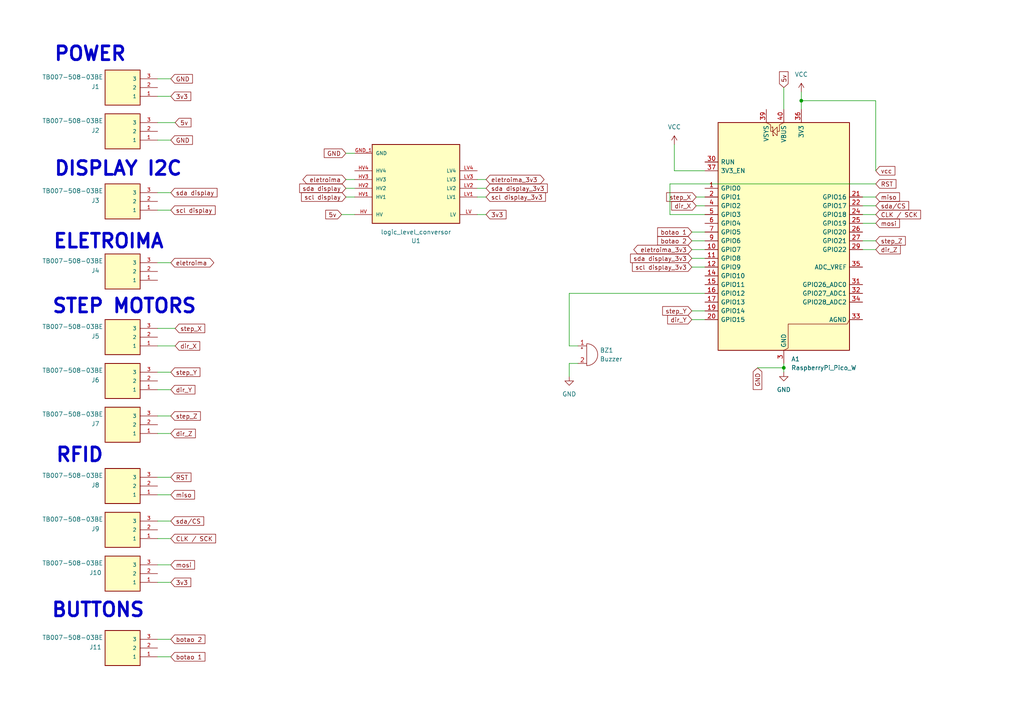
<source format=kicad_sch>
(kicad_sch (version 20250114) (generator "eeschema") (generator_version "9.0")
  (paper "A4")
  (title_block (title "controle XYZ") (date "2025-10-04") (rev "rev1") (company "Cepedi"))
  (lib_symbols
    (symbol "BOB-12009:logic_level_conversor" (pin_names (offset 1.016))
      (property "Reference" "U" (at -12.7 11.43 0))
      (property "Value" "logic_level_conversor" (at -12.7 -15.24 0))
      (symbol "logic_level_conversor_0_0"
        (rectangle (start -12.7 10.16) (end 12.7 -12.7) (stroke (width 0.254)) (fill (type background)))
        (pin bidirectional line (at -17.78 7.62 0) (length 5.08) (name "LV") (number "LV"))
        (pin bidirectional line (at -17.78 2.54 0) (length 5.08) (name "LV1") (number "LV1"))
        (pin bidirectional line (at -17.78 0 0) (length 5.08) (name "LV2") (number "LV2"))
        (pin bidirectional line (at -17.78 -2.54 0) (length 5.08) (name "LV3") (number "LV3"))
        (pin bidirectional line (at -17.78 -5.08 0) (length 5.08) (name "LV4") (number "LV4"))
        (pin bidirectional line (at 17.78 7.62 180) (length 5.08) (name "HV") (number "HV"))
        (pin bidirectional line (at 17.78 2.54 180) (length 5.08) (name "HV1") (number "HV1"))
        (pin bidirectional line (at 17.78 0 180) (length 5.08) (name "HV2") (number "HV2"))
        (pin bidirectional line (at 17.78 -2.54 180) (length 5.08) (name "HV3") (number "HV3"))
        (pin bidirectional line (at 17.78 -5.08 180) (length 5.08) (name "HV4") (number "HV4"))
        (pin power_in line (at 17.78 -10.16 180) (length 5.08) (name "GND") (number "GND_1"))
        (pin power_in line (at 17.78 -10.16 180) (length 5.08) (hide yes) (name "GND") (number "GND_2"))
      )
    )
    (symbol "Device:Buzzer" (pin_names (offset 0.0254) (hide yes))
      (property "Reference" "BZ" (at 3.81 1.27 0))
      (property "Value" "Buzzer" (at 3.81 -1.27 0))
      (symbol "Buzzer_0_1"
        (polyline (pts (xy -1.651 1.905) (xy -1.143 1.905)))
        (polyline (pts (xy -1.397 2.159) (xy -1.397 1.651)))
        (arc (start 0 3.175) (mid 3.1612 0) (end 0 -3.175))
        (polyline (pts (xy 0 3.175) (xy 0 -3.175)))
      )
      (symbol "Buzzer_1_1"
        (pin passive line (at -2.54 2.54 0) (length 2.54) (name "+") (number "1"))
        (pin passive line (at -2.54 -2.54 0) (length 2.54) (name "-") (number "2"))
      )
    )
    (symbol "MCU_Module:RaspberryPi_Pico_W" (pin_names (offset 0.762))
      (property "Reference" "A" (at -19.05 35.56 0))
      (property "Value" "RaspberryPi_Pico_W" (at 7.62 35.56 0))
      (symbol "RaspberryPi_Pico_W_0_1"
        (rectangle (start -19.05 34.29) (end 19.05 -31.75) (stroke (width 0.254)) (fill (type background)))
        (polyline (pts (xy -5.08 34.29) (xy -3.81 33.655) (xy -3.81 31.75) (xy -3.175 31.75)))
        (polyline (pts (xy -3.429 32.766) (xy -3.429 33.02) (xy -3.175 33.02) (xy -3.175 30.48) (xy -2.921 30.48) (xy -2.921 30.734)))
        (polyline (pts (xy -3.175 31.75) (xy -1.905 33.02) (xy -1.905 30.48) (xy -3.175 31.75)))
        (polyline (pts (xy 0 34.29) (xy -1.27 33.655) (xy -1.27 31.75) (xy -1.905 31.75)))
        (polyline (pts (xy 0 -31.75) (xy 1.27 -31.115) (xy 1.27 -24.13) (xy 18.415 -24.13) (xy 19.05 -22.86)))
      )
      (symbol "RaspberryPi_Pico_W_1_1"
        (pin passive line (at -22.86 22.86 0) (length 3.81) (name "RUN") (number "30"))
        (pin passive line (at -22.86 20.32 0) (length 3.81) (name "3V3_EN") (number "37"))
        (pin bidirectional line (at -22.86 15.24 0) (length 3.81) (name "GPIO0") (number "1"))
        (pin bidirectional line (at -22.86 12.7 0) (length 3.81) (name "GPIO1") (number "2"))
        (pin bidirectional line (at -22.86 10.16 0) (length 3.81) (name "GPIO2") (number "4"))
        (pin bidirectional line (at -22.86 7.62 0) (length 3.81) (name "GPIO3") (number "5"))
        (pin bidirectional line (at -22.86 5.08 0) (length 3.81) (name "GPIO4") (number "6"))
        (pin bidirectional line (at -22.86 2.54 0) (length 3.81) (name "GPIO5") (number "7"))
        (pin bidirectional line (at -22.86 0 0) (length 3.81) (name "GPIO6") (number "9"))
        (pin bidirectional line (at -22.86 -2.54 0) (length 3.81) (name "GPIO7") (number "10"))
        (pin bidirectional line (at -22.86 -5.08 0) (length 3.81) (name "GPIO8") (number "11"))
        (pin bidirectional line (at -22.86 -7.62 0) (length 3.81) (name "GPIO9") (number "12"))
        (pin bidirectional line (at -22.86 -10.16 0) (length 3.81) (name "GPIO10") (number "14"))
        (pin bidirectional line (at -22.86 -12.7 0) (length 3.81) (name "GPIO11") (number "15"))
        (pin bidirectional line (at -22.86 -15.24 0) (length 3.81) (name "GPIO12") (number "16"))
        (pin bidirectional line (at -22.86 -17.78 0) (length 3.81) (name "GPIO13") (number "17"))
        (pin bidirectional line (at -22.86 -20.32 0) (length 3.81) (name "GPIO14") (number "19"))
        (pin bidirectional line (at -22.86 -22.86 0) (length 3.81) (name "GPIO15") (number "20"))
        (pin power_in line (at -5.08 38.1 270) (length 3.81) (name "VSYS") (number "39"))
        (pin power_out line (at 0 38.1 270) (length 3.81) (name "VBUS") (number "40"))
        (pin passive line (at 0 -35.56 90) (length 3.81) (hide yes) (name "GND") (number "13"))
        (pin passive line (at 0 -35.56 90) (length 3.81) (hide yes) (name "GND") (number "18"))
        (pin passive line (at 0 -35.56 90) (length 3.81) (hide yes) (name "GND") (number "23"))
        (pin passive line (at 0 -35.56 90) (length 3.81) (hide yes) (name "GND") (number "28"))
        (pin power_out line (at 0 -35.56 90) (length 3.81) (name "GND") (number "3"))
        (pin passive line (at 0 -35.56 90) (length 3.81) (hide yes) (name "GND") (number "38"))
        (pin passive line (at 0 -35.56 90) (length 3.81) (hide yes) (name "GND") (number "8"))
        (pin power_out line (at 5.08 38.1 270) (length 3.81) (name "3V3") (number "36"))
        (pin bidirectional line (at 22.86 12.7 180) (length 3.81) (name "GPIO16") (number "21"))
        (pin bidirectional line (at 22.86 10.16 180) (length 3.81) (name "GPIO17") (number "22"))
        (pin bidirectional line (at 22.86 7.62 180) (length 3.81) (name "GPIO18") (number "24"))
        (pin bidirectional line (at 22.86 5.08 180) (length 3.81) (name "GPIO19") (number "25"))
        (pin bidirectional line (at 22.86 2.54 180) (length 3.81) (name "GPIO20") (number "26"))
        (pin bidirectional line (at 22.86 0 180) (length 3.81) (name "GPIO21") (number "27"))
        (pin bidirectional line (at 22.86 -2.54 180) (length 3.81) (name "GPIO22") (number "29"))
        (pin power_in line (at 22.86 -7.62 180) (length 3.81) (name "ADC_VREF") (number "35"))
        (pin bidirectional line (at 22.86 -12.7 180) (length 3.81) (name "GPIO26_ADC0") (number "31"))
        (pin bidirectional line (at 22.86 -15.24 180) (length 3.81) (name "GPIO27_ADC1") (number "32"))
        (pin bidirectional line (at 22.86 -17.78 180) (length 3.81) (name "GPIO28_ADC2") (number "34"))
        (pin power_out line (at 22.86 -22.86 180) (length 3.81) (name "AGND") (number "33"))
      )
    )
    (symbol "TB007-508-03BE:TB007-508-03BE" (pin_names (offset 1.016))
      (property "Reference" "J" (at -5.588 5.08 0))
      (property "Value" "TB007-508-03BE" (at -5.08 -7.62 0))
      (symbol "TB007-508-03BE_0_0"
        (rectangle (start -5.08 -5.08) (end 5.08 5.08) (stroke (width 0.254)) (fill (type background)))
        (pin passive line (at -10.16 2.54 0) (length 5.08) (name "1") (number "1"))
        (pin passive line (at -10.16 0 0) (length 5.08) (name "2") (number "2"))
        (pin passive line (at -10.16 -2.54 0) (length 5.08) (name "3") (number "3"))
      )
    )
    (symbol "power:GND" (power) (pin_numbers (hide yes)) (pin_names (offset 0) (hide yes))
      (property "Value" "GND" (at 0 -3.81 0))
      (symbol "GND_0_1"
        (polyline (pts (xy 0 0) (xy 0 -1.27) (xy 1.27 -1.27) (xy 0 -2.54) (xy -1.27 -1.27) (xy 0 -1.27)))
      )
      (symbol "GND_1_1"
        (pin power_in line (at 0 0 270) (length 0) (name "~") (number "1"))
      )
    )
    (symbol "power:VCC" (power) (pin_numbers (hide yes)) (pin_names (offset 0) (hide yes))
      (property "Value" "VCC" (at 0 3.556 0))
      (symbol "VCC_0_1"
        (polyline (pts (xy -0.762 1.27) (xy 0 2.54)))
        (polyline (pts (xy 0 2.54) (xy 0.762 1.27)))
        (polyline (pts (xy 0 0) (xy 0 2.54)))
      )
      (symbol "VCC_1_1"
        (pin power_in line (at 0 0 90) (length 0) (name "~") (number "1"))
      )
    )
  )
  (text "POWER" (at 26.162 15.748 0) (effects (font (size 4 4) (thickness 0.8) (bold yes))))
  (text "BUTTONS\n" (at 28.448 177.038 0) (effects (font (size 4 4) (thickness 0.8) (bold yes))))
  (text "RFID" (at 23.114 132.08 0) (effects (font (size 4 4) (thickness 0.8) (bold yes))))
  (text "ELETROIMA\n" (at 31.496 70.104 0) (effects (font (size 4 4) (thickness 0.8) (bold yes))))
  (text "STEP MOTORS\n" (at 36.068 88.9 0) (effects (font (size 4 4) (thickness 0.8) (bold yes))))
  (text "DISPLAY I2C" (at 34.29 49.022 0) (effects (font (size 4 4) (thickness 0.8) (bold yes))))
  (junction (at 232.41 29.21))
  (junction (at 227.33 106.68))
  (wire (pts (xy 138.43 54.61) (xy 140.97 54.61)))
  (wire (pts (xy 232.41 29.21) (xy 232.41 31.75)))
  (wire (pts (xy 204.47 85.09) (xy 165.1 85.09)))
  (wire (pts (xy 45.72 60.96) (xy 49.53 60.96)))
  (wire (pts (xy 140.97 62.23) (xy 138.43 62.23)))
  (wire (pts (xy 200.66 67.31) (xy 204.47 67.31)))
  (wire (pts (xy 227.33 25.4) (xy 227.33 31.75)))
  (wire (pts (xy 200.66 72.39) (xy 204.47 72.39)))
  (wire (pts (xy 195.58 49.53) (xy 204.47 49.53)))
  (wire (pts (xy 45.72 143.51) (xy 49.53 143.51)))
  (wire (pts (xy 45.72 151.13) (xy 49.53 151.13)))
  (wire (pts (xy 254 29.21) (xy 232.41 29.21)))
  (wire (pts (xy 250.19 64.77) (xy 254 64.77)))
  (wire (pts (xy 45.72 95.25) (xy 50.8 95.25)))
  (wire (pts (xy 45.72 107.95) (xy 49.53 107.95)))
  (wire (pts (xy 100.33 52.07) (xy 102.87 52.07)))
  (wire (pts (xy 102.87 44.45) (xy 100.33 44.45)))
  (wire (pts (xy 45.72 120.65) (xy 49.53 120.65)))
  (wire (pts (xy 200.66 92.71) (xy 204.47 92.71)))
  (wire (pts (xy 250.19 59.69) (xy 254 59.69)))
  (wire (pts (xy 165.1 105.41) (xy 165.1 109.22)))
  (wire (pts (xy 254 53.34) (xy 194.31 53.34)))
  (wire (pts (xy 201.93 59.69) (xy 204.47 59.69)))
  (wire (pts (xy 201.93 57.15) (xy 204.47 57.15)))
  (wire (pts (xy 200.66 69.85) (xy 204.47 69.85)))
  (wire (pts (xy 45.72 27.94) (xy 49.53 27.94)))
  (wire (pts (xy 250.19 69.85) (xy 254 69.85)))
  (wire (pts (xy 195.58 41.91) (xy 195.58 49.53)))
  (wire (pts (xy 227.33 106.68) (xy 227.33 107.95)))
  (wire (pts (xy 232.41 26.67) (xy 232.41 29.21)))
  (wire (pts (xy 250.19 57.15) (xy 254 57.15)))
  (wire (pts (xy 100.33 57.15) (xy 102.87 57.15)))
  (wire (pts (xy 138.43 52.07) (xy 140.97 52.07)))
  (wire (pts (xy 100.33 54.61) (xy 102.87 54.61)))
  (wire (pts (xy 45.72 185.42) (xy 49.53 185.42)))
  (wire (pts (xy 45.72 138.43) (xy 49.53 138.43)))
  (wire (pts (xy 200.66 90.17) (xy 204.47 90.17)))
  (wire (pts (xy 167.64 105.41) (xy 165.1 105.41)))
  (wire (pts (xy 45.72 156.21) (xy 49.53 156.21)))
  (wire (pts (xy 194.31 53.34) (xy 194.31 62.23)))
  (wire (pts (xy 45.72 163.83) (xy 49.53 163.83)))
  (wire (pts (xy 45.72 22.86) (xy 49.53 22.86)))
  (wire (pts (xy 165.1 85.09) (xy 165.1 100.33)))
  (wire (pts (xy 138.43 57.15) (xy 140.97 57.15)))
  (wire (pts (xy 45.72 35.56) (xy 50.8 35.56)))
  (wire (pts (xy 45.72 113.03) (xy 49.53 113.03)))
  (wire (pts (xy 45.72 190.5) (xy 49.53 190.5)))
  (wire (pts (xy 102.87 62.23) (xy 99.06 62.23)))
  (wire (pts (xy 254 49.53) (xy 254 29.21)))
  (wire (pts (xy 200.66 77.47) (xy 204.47 77.47)))
  (wire (pts (xy 45.72 76.2) (xy 49.53 76.2)))
  (wire (pts (xy 45.72 100.33) (xy 50.8 100.33)))
  (wire (pts (xy 250.19 62.23) (xy 254 62.23)))
  (wire (pts (xy 200.66 74.93) (xy 204.47 74.93)))
  (wire (pts (xy 227.33 105.41) (xy 227.33 106.68)))
  (wire (pts (xy 45.72 55.88) (xy 49.53 55.88)))
  (wire (pts (xy 250.19 72.39) (xy 254 72.39)))
  (wire (pts (xy 45.72 125.73) (xy 49.53 125.73)))
  (wire (pts (xy 194.31 62.23) (xy 204.47 62.23)))
  (wire (pts (xy 45.72 168.91) (xy 49.53 168.91)))
  (wire (pts (xy 219.71 106.68) (xy 227.33 106.68)))
  (wire (pts (xy 165.1 100.33) (xy 167.64 100.33)))
  (wire (pts (xy 45.72 40.64) (xy 49.53 40.64)))
  (global_label "step_X" (shape input) (at 201.93 57.15 180) (property "Intersheetrefs" "${INTERSHEET_REFS}" (effects (hide yes))))
  (global_label "miso" (shape input) (at 49.53 143.51 0) (property "Intersheetrefs" "${INTERSHEET_REFS}" (effects (hide yes))))
  (global_label "dir_Z" (shape input) (at 49.53 125.73 0) (property "Intersheetrefs" "${INTERSHEET_REFS}" (effects (hide yes))))
  (global_label "sda display" (shape input) (at 49.53 55.88 0) (property "Intersheetrefs" "${INTERSHEET_REFS}" (effects (hide yes))))
  (global_label "scl display_3v3" (shape input) (at 140.97 57.15 0) (property "Intersheetrefs" "${INTERSHEET_REFS}" (effects (hide yes))))
  (global_label "dir_Y" (shape input) (at 49.53 113.03 0) (property "Intersheetrefs" "${INTERSHEET_REFS}" (effects (hide yes))))
  (global_label "5v" (shape input) (at 227.33 25.4 90) (property "Intersheetrefs" "${INTERSHEET_REFS}" (effects (hide yes))))
  (global_label "dir_X" (shape input) (at 50.8 100.33 0) (property "Intersheetrefs" "${INTERSHEET_REFS}" (effects (hide yes))))
  (global_label "botao 1" (shape input) (at 200.66 67.31 180) (property "Intersheetrefs" "${INTERSHEET_REFS}" (effects (hide yes))))
  (global_label "CLK {slash} SCK" (shape input) (at 254 62.23 0) (property "Intersheetrefs" "${INTERSHEET_REFS}" (effects (hide yes))))
  (global_label "RST" (shape input) (at 49.53 138.43 0) (property "Intersheetrefs" "${INTERSHEET_REFS}" (effects (hide yes))))
  (global_label "botao 2" (shape input) (at 49.53 185.42 0) (property "Intersheetrefs" "${INTERSHEET_REFS}" (effects (hide yes))))
  (global_label "step_Z" (shape input) (at 254 69.85 0) (property "Intersheetrefs" "${INTERSHEET_REFS}" (effects (hide yes))))
  (global_label "3v3" (shape input) (at 49.53 168.91 0) (property "Intersheetrefs" "${INTERSHEET_REFS}" (effects (hide yes))))
  (global_label "CLK {slash} SCK" (shape input) (at 49.53 156.21 0) (property "Intersheetrefs" "${INTERSHEET_REFS}" (effects (hide yes))))
  (global_label "step_Z" (shape input) (at 49.53 120.65 0) (property "Intersheetrefs" "${INTERSHEET_REFS}" (effects (hide yes))))
  (global_label "RST" (shape input) (at 254 53.34 0) (property "Intersheetrefs" "${INTERSHEET_REFS}" (effects (hide yes))))
  (global_label "scl display" (shape input) (at 49.53 60.96 0) (property "Intersheetrefs" "${INTERSHEET_REFS}" (effects (hide yes))))
  (global_label "dir_Y" (shape input) (at 200.66 92.71 180) (property "Intersheetrefs" "${INTERSHEET_REFS}" (effects (hide yes))))
  (global_label "eletroima_3v3" (shape bidirectional) (at 140.97 52.07 0) (property "Intersheetrefs" "${INTERSHEET_REFS}" (effects (hide yes))))
  (global_label "5v" (shape input) (at 50.8 35.56 0) (property "Intersheetrefs" "${INTERSHEET_REFS}" (effects (hide yes))))
  (global_label "vcc" (shape input) (at 254 49.53 0) (property "Intersheetrefs" "${INTERSHEET_REFS}" (effects (hide yes))))
  (global_label "eletroima" (shape bidirectional) (at 49.53 76.2 0) (property "Intersheetrefs" "${INTERSHEET_REFS}" (effects (hide yes))))
  (global_label "mosi" (shape input) (at 254 64.77 0) (property "Intersheetrefs" "${INTERSHEET_REFS}" (effects (hide yes))))
  (global_label "step_Y" (shape input) (at 200.66 90.17 180) (property "Intersheetrefs" "${INTERSHEET_REFS}" (effects (hide yes))))
  (global_label "miso" (shape input) (at 254 57.15 0) (property "Intersheetrefs" "${INTERSHEET_REFS}" (effects (hide yes))))
  (global_label "scl display" (shape input) (at 100.33 57.15 180) (property "Intersheetrefs" "${INTERSHEET_REFS}" (effects (hide yes))))
  (global_label "step_Y" (shape input) (at 49.53 107.95 0) (property "Intersheetrefs" "${INTERSHEET_REFS}" (effects (hide yes))))
  (global_label "eletroima" (shape bidirectional) (at 100.33 52.07 180) (property "Intersheetrefs" "${INTERSHEET_REFS}" (effects (hide yes))))
  (global_label "mosi" (shape input) (at 49.53 163.83 0) (property "Intersheetrefs" "${INTERSHEET_REFS}" (effects (hide yes))))
  (global_label "scl display_3v3" (shape input) (at 200.66 77.47 180) (property "Intersheetrefs" "${INTERSHEET_REFS}" (effects (hide yes))))
  (global_label "step_X" (shape input) (at 50.8 95.25 0) (property "Intersheetrefs" "${INTERSHEET_REFS}" (effects (hide yes))))
  (global_label "3v3" (shape input) (at 49.53 27.94 0) (property "Intersheetrefs" "${INTERSHEET_REFS}" (effects (hide yes))))
  (global_label "botao 1" (shape input) (at 49.53 190.5 0) (property "Intersheetrefs" "${INTERSHEET_REFS}" (effects (hide yes))))
  (global_label "5v" (shape input) (at 99.06 62.23 180) (property "Intersheetrefs" "${INTERSHEET_REFS}" (effects (hide yes))))
  (global_label "eletroima_3v3" (shape bidirectional) (at 200.66 72.39 180) (property "Intersheetrefs" "${INTERSHEET_REFS}" (effects (hide yes))))
  (global_label "sda{slash}CS" (shape input) (at 49.53 151.13 0) (property "Intersheetrefs" "${INTERSHEET_REFS}" (effects (hide yes))))
  (global_label "GND" (shape input) (at 49.53 40.64 0) (property "Intersheetrefs" "${INTERSHEET_REFS}" (effects (hide yes))))
  (global_label "sda display_3v3" (shape input) (at 200.66 74.93 180) (property "Intersheetrefs" "${INTERSHEET_REFS}" (effects (hide yes))))
  (global_label "botao 2" (shape input) (at 200.66 69.85 180) (property "Intersheetrefs" "${INTERSHEET_REFS}" (effects (hide yes))))
  (global_label "GND" (shape input) (at 49.53 22.86 0) (property "Intersheetrefs" "${INTERSHEET_REFS}" (effects (hide yes))))
  (global_label "GND" (shape input) (at 219.71 106.68 270) (property "Intersheetrefs" "${INTERSHEET_REFS}" (effects (hide yes))))
  (global_label "sda display" (shape input) (at 100.33 54.61 180) (property "Intersheetrefs" "${INTERSHEET_REFS}" (effects (hide yes))))
  (global_label "dir_Z" (shape input) (at 254 72.39 0) (property "Intersheetrefs" "${INTERSHEET_REFS}" (effects (hide yes))))
  (global_label "dir_X" (shape input) (at 201.93 59.69 180) (property "Intersheetrefs" "${INTERSHEET_REFS}" (effects (hide yes))))
  (global_label "3v3" (shape input) (at 140.97 62.23 0) (property "Intersheetrefs" "${INTERSHEET_REFS}" (effects (hide yes))))
  (global_label "sda{slash}CS" (shape input) (at 254 59.69 0) (property "Intersheetrefs" "${INTERSHEET_REFS}" (effects (hide yes))))
  (global_label "GND" (shape input) (at 100.33 44.45 180) (property "Intersheetrefs" "${INTERSHEET_REFS}" (effects (hide yes))))
  (global_label "sda display_3v3" (shape input) (at 140.97 54.61 0) (property "Intersheetrefs" "${INTERSHEET_REFS}" (effects (hide yes))))
  (symbol (lib_id "TB007-508-03BE:TB007-508-03BE") (at 35.56 187.96 180) (unit 1)
    (property "Reference" "J11" (at 27.686 187.706 0))
    (property "Value" "TB007-508-03BE" (at 21.082 184.912 0))
    (property "Footprint" "TerminalBlock_CUI:TerminalBlock_CUI_TB007-508-03_1x03_P5.08mm_Horizontal" (effects (hide yes)))
    (property "STANDARD" "Manufacturer Recommendations" (effects (hide yes)))
    (property "MANUFACTURER" "CUI" (effects (hide yes)))
  )
  (symbol (lib_id "TB007-508-03BE:TB007-508-03BE") (at 35.56 110.49 180) (unit 1)
    (property "Reference" "J6" (at 27.686 110.236 0))
    (property "Value" "TB007-508-03BE" (at 21.082 107.442 0))
    (property "Footprint" "CUI_TB007-508-03BE" (effects (hide yes)))
    (property "STANDARD" "Manufacturer Recommendations" (effects (hide yes)))
    (property "MANUFACTURER" "CUI" (effects (hide yes)))
  )
  (symbol (lib_id "TB007-508-03BE:TB007-508-03BE") (at 35.56 25.4 180) (unit 1)
    (property "Reference" "J1" (at 27.686 25.146 0))
    (property "Value" "TB007-508-03BE" (at 21.082 22.352 0))
    (property "Footprint" "CUI_TB007-508-03BE" (effects (hide yes)))
    (property "STANDARD" "Manufacturer Recommendations" (effects (hide yes)))
    (property "MANUFACTURER" "CUI" (effects (hide yes)))
  )
  (symbol (lib_id "power:GND") (at 227.33 107.95 0) (unit 1)
    (property "Reference" "#PWR03" (effects (hide yes)))
    (property "Value" "GND" (at 227.33 113.03 0))
    (property "Description" "Power symbol creates a global label with name \"GND\" , ground" (effects (hide yes)))
  )
  (symbol (lib_id "TB007-508-03BE:TB007-508-03BE") (at 35.56 78.74 180) (unit 1)
    (property "Reference" "J4" (at 27.686 78.486 0))
    (property "Value" "TB007-508-03BE" (at 21.082 75.692 0))
    (property "Footprint" "CUI_TB007-508-03BE" (effects (hide yes)))
    (property "STANDARD" "Manufacturer Recommendations" (effects (hide yes)))
    (property "MANUFACTURER" "CUI" (effects (hide yes)))
  )
  (symbol (lib_id "power:VCC") (at 232.41 26.67 0) (unit 1)
    (property "Reference" "#PWR04" (effects (hide yes)))
    (property "Value" "VCC" (at 232.41 21.59 0))
    (property "Description" "Power symbol creates a global label with name \"VCC\"" (effects (hide yes)))
  )
  (symbol (lib_id "TB007-508-03BE:TB007-508-03BE") (at 35.56 140.97 180) (unit 1)
    (property "Reference" "J8" (at 27.686 140.716 0))
    (property "Value" "TB007-508-03BE" (at 21.082 137.922 0))
    (property "Footprint" "TerminalBlock_CUI:TerminalBlock_CUI_TB007-508-03_1x03_P5.08mm_Horizontal" (effects (hide yes)))
    (property "STANDARD" "Manufacturer Recommendations" (effects (hide yes)))
    (property "MANUFACTURER" "CUI" (effects (hide yes)))
  )
  (symbol (lib_id "Device:Buzzer") (at 170.18 102.87 0) (unit 1)
    (property "Reference" "BZ1" (at 173.99 101.5999 0) (effects (justify left)))
    (property "Value" "Buzzer" (at 173.99 104.1399 0) (effects (justify left)))
    (property "Description" "Buzzer, polarized" (effects (hide yes)))
  )
  (symbol (lib_id "MCU_Module:RaspberryPi_Pico_W") (at 227.33 69.85 0) (unit 1)
    (property "Reference" "A1" (at 229.4733 104.14 0) (effects (justify left)))
    (property "Value" "RaspberryPi_Pico_W" (at 229.4733 106.68 0) (effects (justify left)))
    (property "Footprint" "Module:RaspberryPi_Pico_W_SMD_HandSolder" (effects (hide yes)))
    (property "Datasheet" "https://datasheets.raspberrypi.com/picow/pico-w-datasheet.pdf" (effects (hide yes)))
    (property "Description" "Versatile and inexpensive wireless microcontroller module powered by RP2040 dual-core Arm Cortex-M0+ processor up to 133 MHz, 264kB SRAM, 2MB QSPI flash, Infineon CYW43439 2.4GHz 802.11n wireless LAN; also supports Raspberry Pi Pico 2 W" (effects (hide yes)))
  )
  (symbol (lib_id "TB007-508-03BE:TB007-508-03BE") (at 35.56 153.67 180) (unit 1)
    (property "Reference" "J9" (at 27.686 153.416 0))
    (property "Value" "TB007-508-03BE" (at 21.082 150.622 0))
    (property "Footprint" "TerminalBlock_CUI:TerminalBlock_CUI_TB007-508-03_1x03_P5.08mm_Horizontal" (effects (hide yes)))
    (property "STANDARD" "Manufacturer Recommendations" (effects (hide yes)))
    (property "MANUFACTURER" "CUI" (effects (hide yes)))
  )
  (symbol (lib_id "power:GND") (at 165.1 109.22 0) (unit 1)
    (property "Reference" "#PWR01" (effects (hide yes)))
    (property "Value" "GND" (at 165.1 114.3 0))
    (property "Description" "Power symbol creates a global label with name \"GND\" , ground" (effects (hide yes)))
  )
  (symbol (lib_id "TB007-508-03BE:TB007-508-03BE") (at 35.56 97.79 180) (unit 1)
    (property "Reference" "J5" (at 27.686 97.536 0))
    (property "Value" "TB007-508-03BE" (at 21.082 94.742 0))
    (property "Footprint" "CUI_TB007-508-03BE" (effects (hide yes)))
    (property "STANDARD" "Manufacturer Recommendations" (effects (hide yes)))
    (property "MANUFACTURER" "CUI" (effects (hide yes)))
  )
  (symbol (lib_id "TB007-508-03BE:TB007-508-03BE") (at 35.56 166.37 180) (unit 1)
    (property "Reference" "J10" (at 27.686 166.116 0))
    (property "Value" "TB007-508-03BE" (at 21.082 163.322 0))
    (property "Footprint" "TerminalBlock_CUI:TerminalBlock_CUI_TB007-508-03_1x03_P5.08mm_Horizontal" (effects (hide yes)))
    (property "STANDARD" "Manufacturer Recommendations" (effects (hide yes)))
    (property "MANUFACTURER" "CUI" (effects (hide yes)))
  )
  (symbol (lib_id "power:VCC") (at 195.58 41.91 0) (unit 1)
    (property "Reference" "#PWR02" (effects (hide yes)))
    (property "Value" "VCC" (at 195.58 36.83 0))
    (property "Description" "Power symbol creates a global label with name \"VCC\"" (effects (hide yes)))
  )
  (symbol (lib_id "TB007-508-03BE:TB007-508-03BE") (at 35.56 123.19 180) (unit 1)
    (property "Reference" "J7" (at 27.686 122.936 0))
    (property "Value" "TB007-508-03BE" (at 21.082 120.142 0))
    (property "Footprint" "CUI_TB007-508-03BE" (effects (hide yes)))
    (property "STANDARD" "Manufacturer Recommendations" (effects (hide yes)))
    (property "MANUFACTURER" "CUI" (effects (hide yes)))
  )
  (symbol (lib_id "BOB-12009:logic_level_conversor") (at 120.65 54.61 180) (unit 1)
    (property "Reference" "U1" (at 120.65 69.85 0))
    (property "Value" "logic_level_conversor" (at 120.65 67.31 0))
  )
  (symbol (lib_id "TB007-508-03BE:TB007-508-03BE") (at 35.56 38.1 180) (unit 1)
    (property "Reference" "J2" (at 27.686 37.846 0))
    (property "Value" "TB007-508-03BE" (at 21.082 35.052 0))
    (property "Footprint" "CUI_TB007-508-03BE" (effects (hide yes)))
    (property "STANDARD" "Manufacturer Recommendations" (effects (hide yes)))
    (property "MANUFACTURER" "CUI" (effects (hide yes)))
  )
  (symbol (lib_id "TB007-508-03BE:TB007-508-03BE") (at 35.56 58.42 180) (unit 1)
    (property "Reference" "J3" (at 27.686 58.166 0))
    (property "Value" "TB007-508-03BE" (at 21.082 55.372 0))
    (property "Footprint" "CUI_TB007-508-03BE" (effects (hide yes)))
    (property "STANDARD" "Manufacturer Recommendations" (effects (hide yes)))
    (property "MANUFACTURER" "CUI" (effects (hide yes)))
  )
)
</source>
